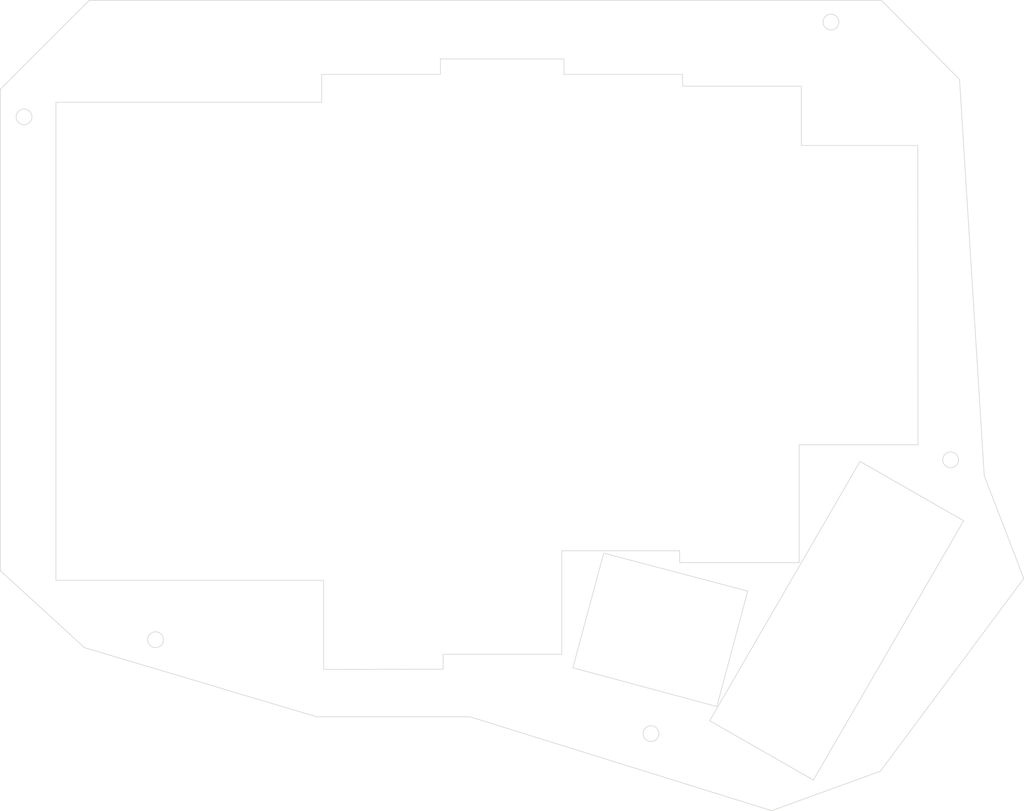
<source format=kicad_pcb>
(kicad_pcb (version 20171130) (host pcbnew "(5.1.2)-2")

  (general
    (thickness 1.6)
    (drawings 50)
    (tracks 0)
    (zones 0)
    (modules 0)
    (nets 1)
  )

  (page A4)
  (title_block
    (title "Redox keyboard PCB")
    (date 2018-05-05)
    (rev 1.0)
    (comment 1 "designed by Mattia Dal Ben (aka u/TiaMaT102)")
    (comment 2 https://github.com/mattdibi/redox-keyboard)
  )

  (layers
    (0 F.Cu signal)
    (31 B.Cu signal hide)
    (32 B.Adhes user hide)
    (33 F.Adhes user hide)
    (34 B.Paste user hide)
    (35 F.Paste user hide)
    (36 B.SilkS user hide)
    (37 F.SilkS user hide)
    (38 B.Mask user hide)
    (39 F.Mask user hide)
    (40 Dwgs.User user hide)
    (41 Cmts.User user hide)
    (42 Eco1.User user hide)
    (43 Eco2.User user hide)
    (44 Edge.Cuts user)
    (45 Margin user hide)
    (46 B.CrtYd user hide)
    (47 F.CrtYd user hide)
    (48 B.Fab user hide)
    (49 F.Fab user hide)
  )

  (setup
    (last_trace_width 0.25)
    (trace_clearance 0.2)
    (zone_clearance 0.508)
    (zone_45_only no)
    (trace_min 0.2)
    (via_size 0.6)
    (via_drill 0.4)
    (via_min_size 0.4)
    (via_min_drill 0.3)
    (uvia_size 0.3)
    (uvia_drill 0.1)
    (uvias_allowed no)
    (uvia_min_size 0.2)
    (uvia_min_drill 0.1)
    (edge_width 0.1)
    (segment_width 0.2)
    (pcb_text_width 0.3)
    (pcb_text_size 1.5 1.5)
    (mod_edge_width 0.15)
    (mod_text_size 1 1)
    (mod_text_width 0.15)
    (pad_size 1.5 1.5)
    (pad_drill 0.6)
    (pad_to_mask_clearance 0)
    (aux_axis_origin 0 0)
    (visible_elements 7FFFFFFF)
    (pcbplotparams
      (layerselection 0x01000_7ffffffe)
      (usegerberextensions true)
      (usegerberattributes false)
      (usegerberadvancedattributes false)
      (creategerberjobfile false)
      (excludeedgelayer false)
      (linewidth 0.100000)
      (plotframeref false)
      (viasonmask false)
      (mode 1)
      (useauxorigin false)
      (hpglpennumber 1)
      (hpglpenspeed 20)
      (hpglpendiameter 15.000000)
      (psnegative false)
      (psa4output false)
      (plotreference false)
      (plotvalue false)
      (plotinvisibletext false)
      (padsonsilk true)
      (subtractmaskfromsilk false)
      (outputformat 3)
      (mirror false)
      (drillshape 0)
      (scaleselection 1)
      (outputdirectory "dxf"))
  )

  (net 0 "")

  (net_class Default "Questo è il gruppo di collegamenti predefinito"
    (clearance 0.2)
    (trace_width 0.25)
    (via_dia 0.6)
    (via_drill 0.4)
    (uvia_dia 0.3)
    (uvia_drill 0.1)
  )

  (gr_line (start 190.627 135.382) (end 185.674 153.924) (layer Edge.Cuts) (width 0.1) (tstamp 5E351287))
  (gr_line (start 167.513 129.286) (end 190.627 135.382) (layer Edge.Cuts) (width 0.1))
  (gr_line (start 162.56 147.701) (end 167.513 129.286) (layer Edge.Cuts) (width 0.1))
  (gr_line (start 179.705 130.81) (end 198.882 130.81) (layer Edge.Cuts) (width 0.1))
  (gr_line (start 179.705 128.905) (end 179.705 130.81) (layer Edge.Cuts) (width 0.1))
  (gr_line (start 160.782 128.905) (end 179.705 128.905) (layer Edge.Cuts) (width 0.1))
  (gr_line (start 160.782 145.542) (end 160.782 128.905) (layer Edge.Cuts) (width 0.1))
  (gr_line (start 198.882 130.81) (end 198.882 111.887) (layer Edge.Cuts) (width 0.1) (tstamp 5E350D59))
  (gr_line (start 208.661 114.554) (end 184.531 156.21) (layer Edge.Cuts) (width 0.1))
  (gr_line (start 208.661 114.554) (end 225.298 124.079) (layer Edge.Cuts) (width 0.1) (tstamp 5E350D23))
  (gr_line (start 198.882 111.887) (end 217.96375 111.887) (layer Edge.Cuts) (width 0.1))
  (gr_circle (center 203.99375 43.97375) (end 205.26375 43.97375) (layer Edge.Cuts) (width 0.1) (tstamp 5DBCED8A))
  (gr_circle (center 74.45375 59.21375) (end 75.72375 59.21375) (layer Edge.Cuts) (width 0.1) (tstamp 5DBCED89))
  (gr_circle (center 175.10125 158.27375) (end 176.37125 158.27375) (layer Edge.Cuts) (width 0.1) (tstamp 5DBCED88))
  (gr_circle (center 95.5675 143.1925) (end 96.8375 143.1925) (layer Edge.Cuts) (width 0.1) (tstamp 5DBCED87))
  (gr_circle (center 223.2025 114.3) (end 224.4725 114.3) (layer Edge.Cuts) (width 0.1) (tstamp 5DBCED86))
  (gr_line (start 201.168 165.735) (end 184.531 156.21) (layer Edge.Cuts) (width 0.1))
  (gr_line (start 225.298 124.079) (end 201.168 165.735) (layer Edge.Cuts) (width 0.1))
  (gr_line (start 217.932 63.79375) (end 217.96375 111.887) (layer Edge.Cuts) (width 0.1))
  (gr_line (start 199.23125 63.79375) (end 217.932 63.79375) (layer Edge.Cuts) (width 0.1))
  (gr_line (start 199.23125 54.26875) (end 199.23125 63.79375) (layer Edge.Cuts) (width 0.1))
  (gr_line (start 180.18125 54.26875) (end 180.18125 52.3875) (layer Edge.Cuts) (width 0.1) (tstamp 5DBCE91F))
  (gr_line (start 180.18125 54.26875) (end 199.23125 54.26875) (layer Edge.Cuts) (width 0.1))
  (gr_line (start 161.13125 52.3875) (end 180.18125 52.3875) (layer Edge.Cuts) (width 0.1))
  (gr_line (start 161.13125 50.00625) (end 161.13125 52.3875) (layer Edge.Cuts) (width 0.1))
  (gr_line (start 141.2875 52.3875) (end 141.2875 49.90625) (layer Edge.Cuts) (width 0.1) (tstamp 5DBCE87E))
  (gr_line (start 141.2875 49.90625) (end 161.13125 49.90625) (layer Edge.Cuts) (width 0.1))
  (gr_line (start 122.2375 56.85625) (end 122.2375 52.3875) (layer Edge.Cuts) (width 0.1) (tstamp 5DBCE831))
  (gr_line (start 122.2375 52.3875) (end 141.2875 52.3875) (layer Edge.Cuts) (width 0.1))
  (gr_line (start 79.575 56.85625) (end 122.2375 56.85625) (layer Edge.Cuts) (width 0.1))
  (gr_line (start 79.575 133.65) (end 79.575 56.85625) (layer Edge.Cuts) (width 0.1))
  (gr_line (start 162.56 147.701) (end 185.674 153.924) (layer Edge.Cuts) (width 0.1))
  (gr_line (start 141.732 145.542) (end 160.782 145.542) (layer Edge.Cuts) (width 0.1))
  (gr_line (start 141.732 147.936) (end 141.732 145.542) (layer Edge.Cuts) (width 0.1))
  (gr_line (start 122.555 133.65) (end 79.575 133.65) (layer Edge.Cuts) (width 0.1))
  (gr_line (start 122.555 147.955) (end 122.555 133.65) (layer Edge.Cuts) (width 0.1))
  (gr_line (start 122.555 147.955) (end 141.732 147.936) (layer Edge.Cuts) (width 0.1))
  (gr_line (start 70.64375 54.76875) (end 70.64375 132.08) (layer Edge.Cuts) (width 0.1))
  (gr_line (start 70.64375 54.76875) (end 84.93125 40.48125) (layer Edge.Cuts) (width 0.1) (tstamp 5DB46CBB))
  (gr_line (start 84.1375 144.4625) (end 70.64375 132.08) (layer Edge.Cuts) (width 0.1))
  (gr_line (start 121.44375 155.575) (end 84.1375 144.4625) (layer Edge.Cuts) (width 0.1))
  (gr_line (start 146.05 155.575) (end 121.44375 155.575) (layer Edge.Cuts) (width 0.1))
  (gr_line (start 194.46875 170.65625) (end 146.05 155.575) (layer Edge.Cuts) (width 0.1))
  (gr_line (start 211.93125 164.30625) (end 194.46875 170.65625) (layer Edge.Cuts) (width 0.1))
  (gr_line (start 234.95 133.35) (end 211.93125 164.30625) (layer Edge.Cuts) (width 0.1))
  (gr_line (start 228.6 116.84) (end 234.95 133.35) (layer Edge.Cuts) (width 0.1))
  (gr_line (start 224.63125 53.18125) (end 228.6 116.84) (layer Edge.Cuts) (width 0.1))
  (gr_line (start 212.09 40.48125) (end 224.63125 53.18125) (layer Edge.Cuts) (width 0.1))
  (gr_line (start 100.33 40.48125) (end 212.09 40.48125) (layer Edge.Cuts) (width 0.1))
  (gr_line (start 84.93125 40.48125) (end 100.33 40.48125) (layer Edge.Cuts) (width 0.1))

)

</source>
